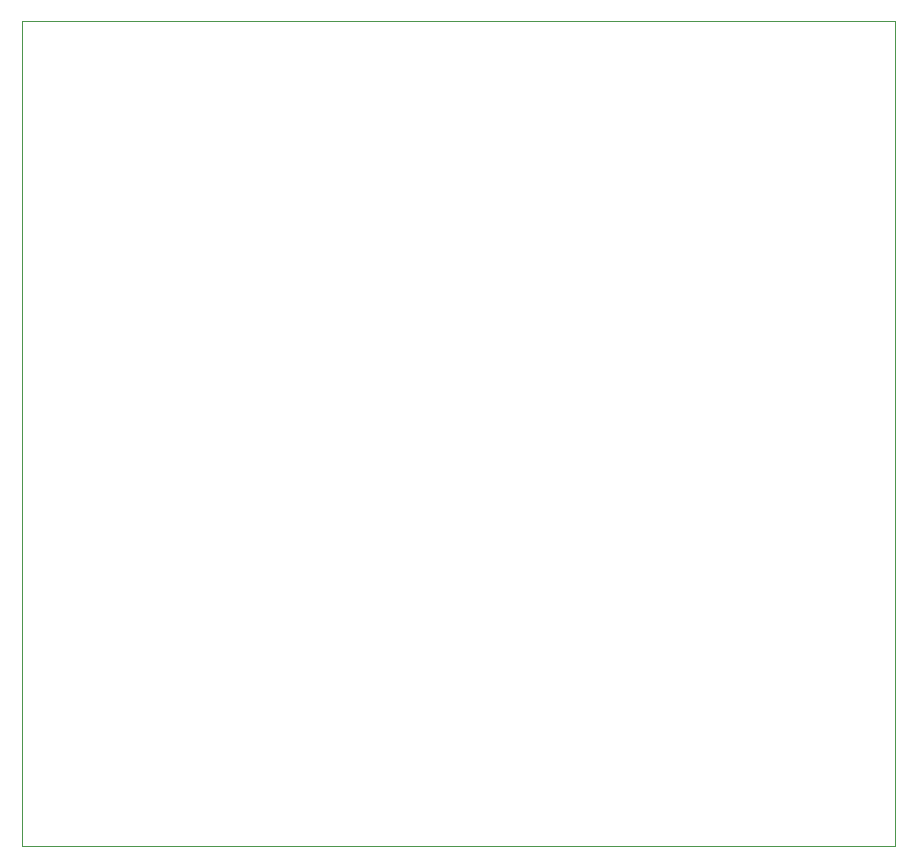
<source format=gm1>
%TF.GenerationSoftware,KiCad,Pcbnew,(5.1.9)-1*%
%TF.CreationDate,2021-04-15T23:19:31+05:30*%
%TF.ProjectId,8051 Transmitter End,38303531-2054-4726-916e-736d69747465,01*%
%TF.SameCoordinates,Original*%
%TF.FileFunction,Profile,NP*%
%FSLAX46Y46*%
G04 Gerber Fmt 4.6, Leading zero omitted, Abs format (unit mm)*
G04 Created by KiCad (PCBNEW (5.1.9)-1) date 2021-04-15 23:19:31*
%MOMM*%
%LPD*%
G01*
G04 APERTURE LIST*
%TA.AperFunction,Profile*%
%ADD10C,0.050000*%
%TD*%
G04 APERTURE END LIST*
D10*
X61214000Y-138684000D02*
X61214000Y-68834000D01*
X135128000Y-138684000D02*
X61214000Y-138684000D01*
X135128000Y-68834000D02*
X135128000Y-138684000D01*
X61214000Y-68834000D02*
X135128000Y-68834000D01*
M02*

</source>
